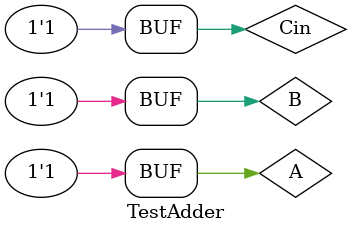
<source format=v>
`timescale 1ns / 1ps


module TestAdder;

	// Inputs
	reg A;
	reg B;
	reg Cin;

	// Outputs
	wire S;
	wire Cout;

	// Instantiate the Unit Under Test (UUT)
	FullAdder1Bit uut (
		.A(A), 
		.B(B), 
		.Cin(Cin), 
		.S(S), 
		.Cout(Cout)
	);

	initial begin
		// Initialize Inputs
		A = 0; B = 0; Cin = 0;
		#60 A = 1; B = 1; Cin = 0;
		#60 A = 1; B = 1; Cin = 1;
		// Wait 100 ns for global reset to finish
		#100;
        
		// Add stimulus here

	end
      
endmodule


</source>
